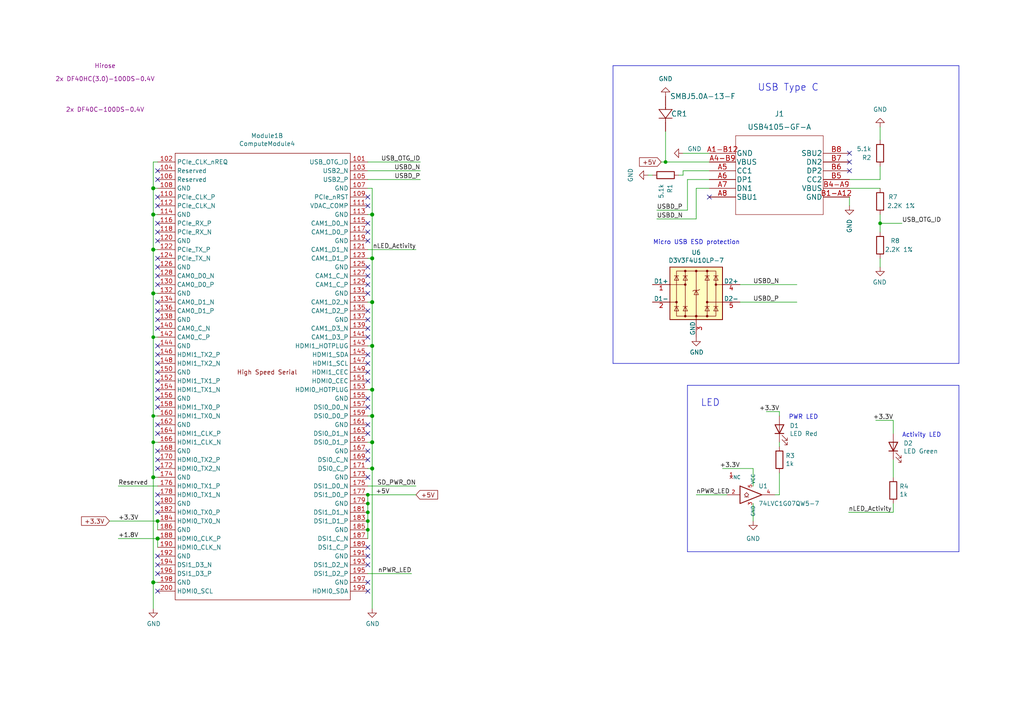
<source format=kicad_sch>
(kicad_sch (version 20211123) (generator eeschema)
  (paper "A4")
  (title_block (title "Raspberry Pi Compute Module 4 Carrier") (date "2022-07-06") (rev "v01") (comment 2 "creativecommons.org/licenses/by-sa/4.0") (comment 3 "License: CC BY 4.0") (comment 4 "Author: Mikhail Pisman"))
  (lib_symbols
    (symbol "CM4IO:74LVC1G07_copy"
      (property "Reference" "U1" (at 1.524 2.54 0))
      (property "Value" "74LVC1G07QW5-7" (at 1.524 -2.54 0))
      (symbol "74LVC1G07_copy_0_1"
        (polyline (pts (xy -2.54 -0.635) (xy -1.27 -0.635)))
        (polyline (pts (xy -3.81 2.54) (xy -3.81 -2.54) (xy 2.54 0) (xy -3.81 2.54)) (stroke (width 0.254)))
        (polyline (pts (xy -1.905 0.635) (xy -2.54 0) (xy -1.905 -0.635) (xy -1.27 0) (xy -1.905 0.635)))
      )
      (symbol "74LVC1G07_copy_1_1"
        (pin no_connect line (at -6.35 5.08 0) (length 0) (name "NC") (number "1"))
        (pin input line (at -7.62 0 0) (length 3.81) (name "~") (number "2"))
        (pin power_in line (at 0 -2.54 270) (length 0) (name "GND") (number "3"))
        (pin open_collector line (at 6.35 0 180) (length 3.81) (name "~") (number "4"))
        (pin power_in line (at 0 2.54 90) (length 0) (name "VCC") (number "5"))
      )
    )
    (symbol "CM4IO:ComputeModule4-CM4"
      (property "Reference" "Module" (at 113.03 -68.58 0))
      (property "Value" "ComputeModule4-CM4" (at 140.97 2.54 0))
      (property "Manufacturer" "Hirose" (at 0 0 0))
      (property "MPN" "2x DF40C-100DS-0.4V" (at 0 -2.54 0))
      (property "MPN (Alt)" "2x DF40HC(3.0)-100DS-0.4V" (at 0 0 0))
      (symbol "ComputeModule4-CM4_1_0"
        (text "GPIO" (at 0 6.35 0) (effects (font (size 1.27 1.27))))
      )
      (symbol "ComputeModule4-CM4_1_1"
        (rectangle (start -30.48 -71.12) (end 25.4 58.42))
        (text "600mA Max" (at -8.89 -53.34 0) (effects (font (size 1.27 1.27))))
        (text "600mA Max" (at -8.89 -48.26 0) (effects (font (size 1.27 1.27))))
        (text "NB SD signals are only available" (at -1.27 -27.94 0) (effects (font (size 1.27 1.27))))
        (text "on modules without eMMC" (at -1.27 -30.48 0) (effects (font (size 1.27 1.27))))
        (pin power_in line (at 27.94 55.88 180) (length 2.54) (name "GND") (number "1"))
        (pin passive line (at -33.02 45.72 0) (length 2.54) (name "Ethernet_Pair0_N") (number "10"))
        (pin output line (at -33.02 -68.58 0) (length 2.54) (name "nEXTRST") (number "100"))
        (pin passive line (at 27.94 43.18 180) (length 2.54) (name "Ethernet_Pair2_P") (number "11"))
        (pin passive line (at -33.02 43.18 0) (length 2.54) (name "Ethernet_Pair0_P") (number "12"))
        (pin power_in line (at 27.94 40.64 180) (length 2.54) (name "GND") (number "13"))
        (pin power_in line (at -33.02 40.64 0) (length 2.54) (name "GND") (number "14"))
        (pin output line (at 27.94 38.1 180) (length 2.54) (name "Ethernet_nLED3(3.3v)") (number "15"))
        (pin input line (at -33.02 38.1 0) (length 2.54) (name "Ethernet_SYNC_IN(1.8v)") (number "16"))
        (pin output line (at 27.94 35.56 180) (length 2.54) (name "Ethernet_nLED2(3.3v)") (number "17"))
        (pin input line (at -33.02 35.56 0) (length 2.54) (name "Ethernet_SYNC_OUT(1.8v)") (number "18"))
        (pin output line (at 27.94 33.02 180) (length 2.54) (name "Ethernet_nLED1(3.3v)") (number "19"))
        (pin power_in line (at -33.02 55.88 0) (length 2.54) (name "GND") (number "2"))
        (pin passive line (at -33.02 33.02 0) (length 2.54) (name "EEPROM_nWP") (number "20"))
        (pin open_collector line (at 27.94 30.48 180) (length 2.54) (name "PI_nLED_Activity") (number "21"))
        (pin power_in line (at -33.02 30.48 0) (length 2.54) (name "GND") (number "22"))
        (pin power_in line (at 27.94 27.94 180) (length 2.54) (name "GND") (number "23"))
        (pin passive line (at -33.02 27.94 0) (length 2.54) (name "GPIO26") (number "24"))
        (pin passive line (at 27.94 25.4 180) (length 2.54) (name "GPIO21") (number "25"))
        (pin passive line (at -33.02 25.4 0) (length 2.54) (name "GPIO19") (number "26"))
        (pin passive line (at 27.94 22.86 180) (length 2.54) (name "GPIO20") (number "27"))
        (pin passive line (at -33.02 22.86 0) (length 2.54) (name "GPIO13") (number "28"))
        (pin passive line (at 27.94 20.32 180) (length 2.54) (name "GPIO16") (number "29"))
        (pin passive line (at 27.94 53.34 180) (length 2.54) (name "Ethernet_Pair3_P") (number "3"))
        (pin passive line (at -33.02 20.32 0) (length 2.54) (name "GPIO6") (number "30"))
        (pin passive line (at 27.94 17.78 180) (length 2.54) (name "GPIO12") (number "31"))
        (pin power_in line (at -33.02 17.78 0) (length 2.54) (name "GND") (number "32"))
        (pin power_in line (at 27.94 15.24 180) (length 2.54) (name "GND") (number "33"))
        (pin passive line (at -33.02 15.24 0) (length 2.54) (name "GPIO5") (number "34"))
        (pin passive line (at 27.94 12.7 180) (length 2.54) (name "ID_SC") (number "35"))
        (pin passive line (at -33.02 12.7 0) (length 2.54) (name "ID_SD") (number "36"))
        (pin passive line (at 27.94 10.16 180) (length 2.54) (name "GPIO7") (number "37"))
        (pin passive line (at -33.02 10.16 0) (length 2.54) (name "GPIO11") (number "38"))
        (pin passive line (at 27.94 7.62 180) (length 2.54) (name "GPIO8") (number "39"))
        (pin passive line (at -33.02 53.34 0) (length 2.54) (name "Ethernet_Pair1_P") (number "4"))
        (pin passive line (at -33.02 7.62 0) (length 2.54) (name "GPIO9") (number "40"))
        (pin passive line (at 27.94 5.08 180) (length 2.54) (name "GPIO25") (number "41"))
        (pin power_in line (at -33.02 5.08 0) (length 2.54) (name "GND") (number "42"))
        (pin power_in line (at 27.94 2.54 180) (length 2.54) (name "GND") (number "43"))
        (pin passive line (at -33.02 2.54 0) (length 2.54) (name "GPIO10") (number "44"))
        (pin passive line (at 27.94 0 180) (length 2.54) (name "GPIO24") (number "45"))
        (pin passive line (at -33.02 0 0) (length 2.54) (name "GPIO22") (number "46"))
        (pin passive line (at 27.94 -2.54 180) (length 2.54) (name "GPIO23") (number "47"))
        (pin passive line (at -33.02 -2.54 0) (length 2.54) (name "GPIO27") (number "48"))
        (pin passive line (at 27.94 -5.08 180) (length 2.54) (name "GPIO18") (number "49"))
        (pin passive line (at 27.94 50.8 180) (length 2.54) (name "Ethernet_Pair3_N") (number "5"))
        (pin passive line (at -33.02 -5.08 0) (length 2.54) (name "GPIO17") (number "50"))
        (pin passive line (at 27.94 -7.62 180) (length 2.54) (name "GPIO15") (number "51"))
        (pin power_in line (at -33.02 -7.62 0) (length 2.54) (name "GND") (number "52"))
        (pin power_in line (at 27.94 -10.16 180) (length 2.54) (name "GND") (number "53"))
        (pin passive line (at -33.02 -10.16 0) (length 2.54) (name "GPIO4") (number "54"))
        (pin passive line (at 27.94 -12.7 180) (length 2.54) (name "GPIO14") (number "55"))
        (pin passive line (at -33.02 -12.7 0) (length 2.54) (name "GPIO3") (number "56"))
        (pin passive line (at 27.94 -15.24 180) (length 2.54) (name "SD_CLK") (number "57"))
        (pin passive line (at -33.02 -15.24 0) (length 2.54) (name "GPIO2") (number "58"))
        (pin power_in line (at 27.94 -17.78 180) (length 2.54) (name "GND") (number "59"))
        (pin passive line (at -33.02 50.8 0) (length 2.54) (name "Ethernet_Pair1_N") (number "6"))
        (pin power_in line (at -33.02 -17.78 0) (length 2.54) (name "GND") (number "60"))
        (pin passive line (at 27.94 -20.32 180) (length 2.54) (name "SD_DAT3") (number "61"))
        (pin passive line (at -33.02 -20.32 0) (length 2.54) (name "SD_CMD") (number "62"))
        (pin passive line (at 27.94 -22.86 180) (length 2.54) (name "SD_DAT0") (number "63"))
        (pin passive line (at -33.02 -22.86 0) (length 2.54) (name "SD_DAT5") (number "64"))
        (pin power_in line (at 27.94 -25.4 180) (length 2.54) (name "GND") (number "65"))
        (pin power_in line (at -33.02 -25.4 0) (length 2.54) (name "GND") (number "66"))
        (pin passive line (at 27.94 -27.94 180) (length 2.54) (name "SD_DAT1") (number "67"))
        (pin passive line (at -33.02 -27.94 0) (length 2.54) (name "SD_DAT4") (number "68"))
        (pin passive line (at 27.94 -30.48 180) (length 2.54) (name "SD_DAT2") (number "69"))
        (pin power_in line (at 27.94 48.26 180) (length 2.54) (name "GND") (number "7"))
        (pin passive line (at -33.02 -30.48 0) (length 2.54) (name "SD_DAT7") (number "70"))
        (pin power_in line (at 27.94 -33.02 180) (length 2.54) (name "GND") (number "71"))
        (pin passive line (at -33.02 -33.02 0) (length 2.54) (name "SD_DAT6") (number "72"))
        (pin input line (at 27.94 -35.56 180) (length 2.54) (name "SD_VDD_Override") (number "73"))
        (pin power_in line (at -33.02 -35.56 0) (length 2.54) (name "GND") (number "74"))
        (pin output line (at 27.94 -38.1 180) (length 2.54) (name "SD_PWR_ON") (number "75"))
        (pin passive line (at -33.02 -38.1 0) (length 2.54) (name "Reserved") (number "76"))
        (pin power_in line (at 27.94 -40.64 180) (length 2.54) (name "+5v_(Input)") (number "77"))
        (pin power_in line (at -33.02 -40.64 0) (length 2.54) (name "GPIO_VREF(1.8v/3.3v_Input)") (number "78"))
        (pin power_in line (at 27.94 -43.18 180) (length 2.54) (name "+5v_(Input)") (number "79"))
        (pin power_in line (at -33.02 48.26 0) (length 2.54) (name "GND") (number "8"))
        (pin passive line (at -33.02 -43.18 0) (length 2.54) (name "SCL0") (number "80"))
        (pin power_in line (at 27.94 -45.72 180) (length 2.54) (name "+5v_(Input)") (number "81"))
        (pin passive line (at -33.02 -45.72 0) (length 2.54) (name "SDA0") (number "82"))
        (pin power_in line (at 27.94 -48.26 180) (length 2.54) (name "+5v_(Input)") (number "83"))
        (pin power_out line (at -33.02 -48.26 0) (length 2.54) (name "+3.3v_(Output)") (number "84"))
        (pin power_in line (at 27.94 -50.8 180) (length 2.54) (name "+5v_(Input)") (number "85"))
        (pin power_out line (at -33.02 -50.8 0) (length 2.54) (name "+3.3v_(Output)") (number "86"))
        (pin power_in line (at 27.94 -53.34 180) (length 2.54) (name "+5v_(Input)") (number "87"))
        (pin power_out line (at -33.02 -53.34 0) (length 2.54) (name "+1.8v_(Output)") (number "88"))
        (pin power_in line (at 27.94 -55.88 180) (length 2.54) (name "WiFi_nDisable") (number "89"))
        (pin passive line (at 27.94 45.72 180) (length 2.54) (name "Ethernet_Pair2_N") (number "9"))
        (pin power_out line (at -33.02 -55.88 0) (length 2.54) (name "+1.8v_(Output)") (number "90"))
        (pin power_in line (at 27.94 -58.42 180) (length 2.54) (name "BT_nDisable") (number "91"))
        (pin passive line (at -33.02 -58.42 0) (length 2.54) (name "RUN_PG") (number "92"))
        (pin input line (at 27.94 -60.96 180) (length 2.54) (name "nRPIBOOT") (number "93"))
        (pin passive line (at -33.02 -60.96 0) (length 2.54) (name "AnalogIP0") (number "94"))
        (pin output line (at 27.94 -63.5 180) (length 2.54) (name "nPI_LED_PWR") (number "95"))
        (pin passive line (at -33.02 -63.5 0) (length 2.54) (name "AnalogIP1") (number "96"))
        (pin passive line (at 27.94 -66.04 180) (length 2.54) (name "Camera_GPIO") (number "97"))
        (pin power_in line (at -33.02 -66.04 0) (length 2.54) (name "GND") (number "98"))
        (pin input line (at 27.94 -68.58 180) (length 2.54) (name "Global_EN") (number "99"))
      )
      (symbol "ComputeModule4-CM4_2_1"
        (rectangle (start 114.3 -66.04) (end 165.1 63.5))
        (text "High Speed Serial" (at 140.97 0 0) (effects (font (size 1.27 1.27))))
        (pin input line (at 170.18 60.96 180) (length 5.08) (name "USB_OTG_ID") (number "101"))
        (pin input line (at 109.22 60.96 0) (length 5.08) (name "PCIe_CLK_nREQ") (number "102"))
        (pin passive line (at 170.18 58.42 180) (length 5.08) (name "USB2_N") (number "103"))
        (pin passive line (at 109.22 58.42 0) (length 5.08) (name "Reserved") (number "104"))
        (pin passive line (at 170.18 55.88 180) (length 5.08) (name "USB2_P") (number "105"))
        (pin passive line (at 109.22 55.88 0) (length 5.08) (name "Reserved") (number "106"))
        (pin power_in line (at 170.18 53.34 180) (length 5.08) (name "GND") (number "107"))
        (pin power_in line (at 109.22 53.34 0) (length 5.08) (name "GND") (number "108"))
        (pin bidirectional line (at 170.18 50.8 180) (length 5.08) (name "PCIe_nRST") (number "109"))
        (pin output line (at 109.22 50.8 0) (length 5.08) (name "PCIe_CLK_P") (number "110"))
        (pin passive line (at 170.18 48.26 180) (length 5.08) (name "VDAC_COMP") (number "111"))
        (pin output line (at 109.22 48.26 0) (length 5.08) (name "PCIe_CLK_N") (number "112"))
        (pin power_in line (at 170.18 45.72 180) (length 5.08) (name "GND") (number "113"))
        (pin power_in line (at 109.22 45.72 0) (length 5.08) (name "GND") (number "114"))
        (pin input line (at 170.18 43.18 180) (length 5.08) (name "CAM1_D0_N") (number "115"))
        (pin input line (at 109.22 43.18 0) (length 5.08) (name "PCIe_RX_P") (number "116"))
        (pin input line (at 170.18 40.64 180) (length 5.08) (name "CAM1_D0_P") (number "117"))
        (pin input line (at 109.22 40.64 0) (length 5.08) (name "PCIe_RX_N") (number "118"))
        (pin power_in line (at 170.18 38.1 180) (length 5.08) (name "GND") (number "119"))
        (pin power_in line (at 109.22 38.1 0) (length 5.08) (name "GND") (number "120"))
        (pin input line (at 170.18 35.56 180) (length 5.08) (name "CAM1_D1_N") (number "121"))
        (pin output line (at 109.22 35.56 0) (length 5.08) (name "PCIe_TX_P") (number "122"))
        (pin input line (at 170.18 33.02 180) (length 5.08) (name "CAM1_D1_P") (number "123"))
        (pin output line (at 109.22 33.02 0) (length 5.08) (name "PCIe_TX_N") (number "124"))
        (pin power_in line (at 170.18 30.48 180) (length 5.08) (name "GND") (number "125"))
        (pin power_in line (at 109.22 30.48 0) (length 5.08) (name "GND") (number "126"))
        (pin input line (at 170.18 27.94 180) (length 5.08) (name "CAM1_C_N") (number "127"))
        (pin input line (at 109.22 27.94 0) (length 5.08) (name "CAM0_D0_N") (number "128"))
        (pin input line (at 170.18 25.4 180) (length 5.08) (name "CAM1_C_P") (number "129"))
        (pin input line (at 109.22 25.4 0) (length 5.08) (name "CAM0_D0_P") (number "130"))
        (pin power_in line (at 170.18 22.86 180) (length 5.08) (name "GND") (number "131"))
        (pin power_in line (at 109.22 22.86 0) (length 5.08) (name "GND") (number "132"))
        (pin input line (at 170.18 20.32 180) (length 5.08) (name "CAM1_D2_N") (number "133"))
        (pin input line (at 109.22 20.32 0) (length 5.08) (name "CAM0_D1_N") (number "134"))
        (pin input line (at 170.18 17.78 180) (length 5.08) (name "CAM1_D2_P") (number "135"))
        (pin input line (at 109.22 17.78 0) (length 5.08) (name "CAM0_D1_P") (number "136"))
        (pin power_in line (at 170.18 15.24 180) (length 5.08) (name "GND") (number "137"))
        (pin power_in line (at 109.22 15.24 0) (length 5.08) (name "GND") (number "138"))
        (pin input line (at 170.18 12.7 180) (length 5.08) (name "CAM1_D3_N") (number "139"))
        (pin input line (at 109.22 12.7 0) (length 5.08) (name "CAM0_C_N") (number "140"))
        (pin input line (at 170.18 10.16 180) (length 5.08) (name "CAM1_D3_P") (number "141"))
        (pin input line (at 109.22 10.16 0) (length 5.08) (name "CAM0_C_P") (number "142"))
        (pin input line (at 170.18 7.62 180) (length 5.08) (name "HDMI1_HOTPLUG") (number "143"))
        (pin power_in line (at 109.22 7.62 0) (length 5.08) (name "GND") (number "144"))
        (pin bidirectional line (at 170.18 5.08 180) (length 5.08) (name "HDMI1_SDA") (number "145"))
        (pin output line (at 109.22 5.08 0) (length 5.08) (name "HDMI1_TX2_P") (number "146"))
        (pin open_collector line (at 170.18 2.54 180) (length 5.08) (name "HDMI1_SCL") (number "147"))
        (pin output line (at 109.22 2.54 0) (length 5.08) (name "HDMI1_TX2_N") (number "148"))
        (pin open_collector line (at 170.18 0 180) (length 5.08) (name "HDMI1_CEC") (number "149"))
        (pin power_in line (at 109.22 0 0) (length 5.08) (name "GND") (number "150"))
        (pin open_collector line (at 170.18 -2.54 180) (length 5.08) (name "HDMI0_CEC") (number "151"))
        (pin output line (at 109.22 -2.54 0) (length 5.08) (name "HDMI1_TX1_P") (number "152"))
        (pin input line (at 170.18 -5.08 180) (length 5.08) (name "HDMI0_HOTPLUG") (number "153"))
        (pin output line (at 109.22 -5.08 0) (length 5.08) (name "HDMI1_TX1_N") (number "154"))
        (pin power_in line (at 170.18 -7.62 180) (length 5.08) (name "GND") (number "155"))
        (pin power_in line (at 109.22 -7.62 0) (length 5.08) (name "GND") (number "156"))
        (pin output line (at 170.18 -10.16 180) (length 5.08) (name "DSI0_D0_N") (number "157"))
        (pin output line (at 109.22 -10.16 0) (length 5.08) (name "HDMI1_TX0_P") (number "158"))
        (pin output line (at 170.18 -12.7 180) (length 5.08) (name "DSI0_D0_P") (number "159"))
        (pin output line (at 109.22 -12.7 0) (length 5.08) (name "HDMI1_TX0_N") (number "160"))
        (pin power_in line (at 170.18 -15.24 180) (length 5.08) (name "GND") (number "161"))
        (pin power_in line (at 109.22 -15.24 0) (length 5.08) (name "GND") (number "162"))
        (pin output line (at 170.18 -17.78 180) (length 5.08) (name "DSI0_D1_N") (number "163"))
        (pin output line (at 109.22 -17.78 0) (length 5.08) (name "HDMI1_CLK_P") (number "164"))
        (pin output line (at 170.18 -20.32 180) (length 5.08) (name "DSI0_D1_P") (number "165"))
        (pin output line (at 109.22 -20.32 0) (length 5.08) (name "HDMI1_CLK_N") (number "166"))
        (pin power_in line (at 170.18 -22.86 180) (length 5.08) (name "GND") (number "167"))
        (pin power_in line (at 109.22 -22.86 0) (length 5.08) (name "GND") (number "168"))
        (pin output line (at 170.18 -25.4 180) (length 5.08) (name "DSI0_C_N") (number "169"))
        (pin output line (at 109.22 -25.4 0) (length 5.08) (name "HDMI0_TX2_P") (number "170"))
        (pin output line (at 170.18 -27.94 180) (length 5.08) (name "DSI0_C_P") (number "171"))
        (pin output line (at 109.22 -27.94 0) (length 5.08) (name "HDMI0_TX2_N") (number "172"))
        (pin power_in line (at 170.18 -30.48 180) (length 5.08) (name "GND") (number "173"))
        (pin power_in line (at 109.22 -30.48 0) (length 5.08) (name "GND") (number "174"))
        (pin output line (at 170.18 -33.02 180) (length 5.08) (name "DSI1_D0_N") (number "175"))
        (pin output line (at 109.22 -33.02 0) (length 5.08) (name "HDMI0_TX1_P") (number "176"))
        (pin output line (at 170.18 -35.56 180) (length 5.08) (name "DSI1_D0_P") (number "177"))
        (pin output line (at 109.22 -35.56 0) (length 5.08) (name "HDMI0_TX1_N") (number "178"))
        (pin power_in line (at 170.18 -38.1 180) (length 5.08) (name "GND") (number "179"))
        (pin power_in line (at 109.22 -38.1 0) (length 5.08) (name "GND") (number "180"))
        (pin output line (at 170.18 -40.64 180) (length 5.08) (name "DSI1_D1_N") (number "181"))
        (pin output line (at 109.22 -40.64 0) (length 5.08) (name "HDMI0_TX0_P") (number "182"))
        (pin output line (at 170.18 -43.18 180) (length 5.08) (name "DSI1_D1_P") (number "183"))
        (pin output line (at 109.22 -43.18 0) (length 5.08) (name "HDMI0_TX0_N") (number "184"))
        (pin power_in line (at 170.18 -45.72 180) (length 5.08) (name "GND") (number "185"))
        (pin power_in line (at 109.22 -45.72 0) (length 5.08) (name "GND") (number "186"))
        (pin output line (at 170.18 -48.26 180) (length 5.08) (name "DSI1_C_N") (number "187"))
        (pin output line (at 109.22 -48.26 0) (length 5.08) (name "HDMI0_CLK_P") (number "188"))
        (pin output line (at 170.18 -50.8 180) (length 5.08) (name "DSI1_C_P") (number "189"))
        (pin output line (at 109.22 -50.8 0) (length 5.08) (name "HDMI0_CLK_N") (number "190"))
        (pin power_in line (at 170.18 -53.34 180) (length 5.08) (name "GND") (number "191"))
        (pin power_in line (at 109.22 -53.34 0) (length 5.08) (name "GND") (number "192"))
        (pin output line (at 170.18 -55.88 180) (length 5.08) (name "DSI1_D2_N") (number "193"))
        (pin output line (at 109.22 -55.88 0) (length 5.08) (name "DSI1_D3_N") (number "194"))
        (pin output line (at 170.18 -58.42 180) (length 5.08) (name "DSI1_D2_P") (number "195"))
        (pin output line (at 109.22 -58.42 0) (length 5.08) (name "DSI1_D3_P") (number "196"))
        (pin power_in line (at 170.18 -60.96 180) (length 5.08) (name "GND") (number "197"))
        (pin power_in line (at 109.22 -60.96 0) (length 5.08) (name "GND") (number "198"))
        (pin bidirectional line (at 170.18 -63.5 180) (length 5.08) (name "HDMI0_SDA") (number "199"))
        (pin open_collector line (at 109.22 -63.5 0) (length 5.08) (name "HDMI0_SCL") (number "200"))
      )
    )
    (symbol "CM4IO:TPD4EUSB30" (pin_names (offset 0))
      (property "Reference" "U" (at -0.635 8.89 0))
      (property "Value" "TPD4EUSB30" (at 8.89 -10.16 0))
      (symbol "TPD4EUSB30_0_0"
        (rectangle (start -5.715 6.477) (end 5.715 -6.604))
        (polyline (pts (xy -3.175 -6.604) (xy -3.175 6.477)))
        (polyline (pts (xy 0 6.477) (xy 0 -6.604)))
        (polyline (pts (xy 3.175 6.477) (xy 3.175 -6.604)))
      )
      (symbol "TPD4EUSB30_0_1"
        (rectangle (start -7.62 7.62) (end 7.62 -7.62) (stroke (width 0.254)) (fill (type background)))
        (circle (center -5.715 -2.54) (radius 0.2794) (fill (type outline)))
        (circle (center -3.175 -6.604) (radius 0.2794) (fill (type outline)))
        (circle (center -3.175 2.54) (radius 0.2794) (fill (type outline)))
        (circle (center -3.175 6.477) (radius 0.2794) (fill (type outline)))
        (circle (center 0 -6.604) (radius 0.2794) (fill (type outline)))
        (polyline (pts (xy -7.747 2.54) (xy -3.175 2.54)))
        (polyline (pts (xy -7.62 -2.54) (xy -5.715 -2.54)))
        (polyline (pts (xy -5.08 -3.81) (xy -6.35 -3.81)))
        (polyline (pts (xy -5.08 5.08) (xy -6.35 5.08)))
        (polyline (pts (xy -2.54 -3.81) (xy -3.81 -3.81)))
        (polyline (pts (xy -2.54 5.08) (xy -3.81 5.08)))
        (polyline (pts (xy -0.635 0.889) (xy -1.016 0.635)))
        (polyline (pts (xy 0 -6.604) (xy 0 -7.62)))
        (polyline (pts (xy 0.635 0.889) (xy -0.635 0.889)))
        (polyline (pts (xy 0.635 0.889) (xy 1.016 1.143)))
        (polyline (pts (xy 3.81 -3.81) (xy 2.54 -3.81)))
        (polyline (pts (xy 3.81 5.08) (xy 2.54 5.08)))
        (polyline (pts (xy 6.35 -3.81) (xy 5.08 -3.81)))
        (polyline (pts (xy 6.35 5.08) (xy 5.08 5.08)))
        (polyline (pts (xy 7.62 -2.54) (xy 3.175 -2.54)))
        (polyline (pts (xy 7.62 2.54) (xy 5.715 2.54)))
        (polyline (pts (xy -5.08 -5.08) (xy -6.35 -5.08) (xy -5.715 -3.81) (xy -5.08 -5.08)))
        (polyline (pts (xy -5.08 3.81) (xy -6.35 3.81) (xy -5.715 5.08) (xy -5.08 3.81)))
        (polyline (pts (xy -2.54 -5.08) (xy -3.81 -5.08) (xy -3.175 -3.81) (xy -2.54 -5.08)))
        (polyline (pts (xy -2.54 3.81) (xy -3.81 3.81) (xy -3.175 5.08) (xy -2.54 3.81)))
        (polyline (pts (xy 0.635 -0.381) (xy -0.635 -0.381) (xy 0 0.889) (xy 0.635 -0.381)))
        (polyline (pts (xy 3.81 -5.08) (xy 2.54 -5.08) (xy 3.175 -3.81) (xy 3.81 -5.08)))
        (polyline (pts (xy 3.81 3.81) (xy 2.54 3.81) (xy 3.175 5.08) (xy 3.81 3.81)))
        (polyline (pts (xy 6.35 -5.08) (xy 5.08 -5.08) (xy 5.715 -3.81) (xy 6.35 -5.08)))
        (polyline (pts (xy 6.35 3.81) (xy 5.08 3.81) (xy 5.715 5.08) (xy 6.35 3.81)))
        (circle (center 0 6.477) (radius 0.2794) (fill (type outline)))
        (circle (center 3.175 -6.604) (radius 0.2794) (fill (type outline)))
        (circle (center 3.175 -2.54) (radius 0.2794) (fill (type outline)))
        (circle (center 3.175 6.477) (radius 0.2794) (fill (type outline)))
        (circle (center 5.715 2.54) (radius 0.2794) (fill (type outline)))
      )
      (symbol "TPD4EUSB30_1_1"
        (pin passive line (at -12.7 2.54 0) (length 5.08) (name "D1+") (number "1"))
        (pin passive line (at -12.7 2.54 0) (length 5.08) hide (name "~") (number "10"))
        (pin passive line (at -12.7 -2.54 0) (length 5.08) (name "D1-") (number "2"))
        (pin power_in line (at 0 -12.7 90) (length 5.08) (name "GND") (number "3"))
        (pin passive line (at 12.7 2.54 180) (length 5.08) (name "D2+") (number "4"))
        (pin passive line (at 12.7 -2.54 180) (length 5.08) (name "D2-") (number "5"))
        (pin passive line (at 12.7 -2.54 180) (length 5.08) hide (name "~") (number "6"))
        (pin passive line (at 12.7 2.54 180) (length 5.08) hide (name "~") (number "7"))
        (pin passive line (at 0 -12.7 90) (length 5.08) hide (name "GND") (number "8"))
        (pin passive line (at -12.7 -2.54 0) (length 5.08) hide (name "~") (number "9"))
      )
    )
    (symbol "Device:LED" (pin_numbers hide) (pin_names (offset 1.016) hide)
      (property "Reference" "D" (at 0 2.54 0))
      (property "Value" "LED" (at 0 -2.54 0))
      (symbol "LED_0_1"
        (polyline (pts (xy -1.27 -1.27) (xy -1.27 1.27)) (stroke (width 0.254)))
        (polyline (pts (xy -1.27 0) (xy 1.27 0)))
        (polyline (pts (xy 1.27 -1.27) (xy 1.27 1.27) (xy -1.27 0) (xy 1.27 -1.27)) (stroke (width 0.254)))
        (polyline (pts (xy -3.048 -0.762) (xy -4.572 -2.286) (xy -3.81 -2.286) (xy -4.572 -2.286) (xy -4.572 -1.524)))
        (polyline (pts (xy -1.778 -0.762) (xy -3.302 -2.286) (xy -2.54 -2.286) (xy -3.302 -2.286) (xy -3.302 -1.524)))
      )
      (symbol "LED_1_1"
        (pin passive line (at -3.81 0 0) (length 2.54) (name "K") (number "1"))
        (pin passive line (at 3.81 0 180) (length 2.54) (name "A") (number "2"))
      )
    )
    (symbol "Device:R" (pin_numbers hide) (pin_names (offset 0))
      (property "Reference" "R" (at 2.032 0 90))
      (property "Value" "R" (at 0 0 90))
      (symbol "R_0_1"
        (rectangle (start -1.016 -2.54) (end 1.016 2.54) (stroke (width 0.254)))
      )
      (symbol "R_1_1"
        (pin passive line (at 0 3.81 270) (length 1.27) (name "~") (number "1"))
        (pin passive line (at 0 -3.81 90) (length 1.27) (name "~") (number "2"))
      )
    )
    (symbol "SMBJ5.0A-13-F:SMBJ5.0A-13-F" (pin_numbers hide) (pin_names (offset -1.651) hide)
      (property "Reference" "CR" (at 5.08 4.445 0))
      (property "Value" "SMBJ5.0A-13-F" (at 5.08 -7.62 0))
      (symbol "SMBJ5.0A-13-F_1_1"
        (polyline (pts (xy 2.54 0) (xy 3.4798 0)) (stroke (width 0.2032)))
        (polyline (pts (xy 3.175 0) (xy 3.81 0)) (stroke (width 0.2032)))
        (polyline (pts (xy 3.81 -1.905) (xy 6.35 0)) (stroke (width 0.2032)))
        (polyline (pts (xy 3.81 1.905) (xy 3.81 -1.905)) (stroke (width 0.2032)))
        (polyline (pts (xy 6.35 -1.905) (xy 6.35 1.905)) (stroke (width 0.2032)))
        (polyline (pts (xy 6.35 0) (xy 3.81 1.905)) (stroke (width 0.2032)))
        (polyline (pts (xy 6.35 0) (xy 7.62 0)) (stroke (width 0.2032)))
        (pin unspecified line (at 10.16 0 180) (length 2.54) (name "1") (number "1"))
        (pin unspecified line (at 0 0 0) (length 2.54) (name "2") (number "2"))
      )
    )
    (symbol "USB4105-GF-A:USB4105-GF-A" (pin_names (offset 0.254))
      (property "Reference" "J" (at 20.32 10.16 0))
      (property "Value" "USB4105-GF-A" (at 20.32 7.62 0))
      (symbol "USB4105-GF-A_1_1"
        (polyline (pts (xy 7.62 -17.78) (xy 33.02 -17.78)) (stroke (width 0.127)))
        (polyline (pts (xy 7.62 5.08) (xy 7.62 -17.78)) (stroke (width 0.127)))
        (polyline (pts (xy 33.02 -17.78) (xy 33.02 5.08)) (stroke (width 0.127)))
        (polyline (pts (xy 33.02 5.08) (xy 7.62 5.08)) (stroke (width 0.127)))
        (pin power_in line (at 0 0 0) (length 7.62) (name "GND") (number "A1-B12"))
        (pin power_in line (at 0 -2.54 0) (length 7.62) (name "VBUS") (number "A4-B9"))
        (pin bidirectional line (at 0 -5.08 0) (length 7.62) (name "CC1") (number "A5"))
        (pin bidirectional line (at 0 -7.62 0) (length 7.62) (name "DP1") (number "A6"))
        (pin bidirectional line (at 0 -10.16 0) (length 7.62) (name "DN1") (number "A7"))
        (pin bidirectional line (at 0 -12.7 0) (length 7.62) (name "SBU1") (number "A8"))
        (pin power_in line (at 40.64 -12.7 180) (length 7.62) (name "GND") (number "B1-A12"))
        (pin power_in line (at 40.64 -10.16 180) (length 7.62) (name "VBUS") (number "B4-A9"))
        (pin bidirectional line (at 40.64 -7.62 180) (length 7.62) (name "CC2") (number "B5"))
        (pin bidirectional line (at 40.64 -5.08 180) (length 7.62) (name "DP2") (number "B6"))
        (pin bidirectional line (at 40.64 -2.54 180) (length 7.62) (name "DN2") (number "B7"))
        (pin bidirectional line (at 40.64 0 180) (length 7.62) (name "SBU2") (number "B8"))
      )
    )
    (symbol "power:GND" (power) (pin_names (offset 0))
      (property "Value" "GND" (at 0 -3.81 0))
      (symbol "GND_0_1"
        (polyline (pts (xy 0 0) (xy 0 -1.27) (xy 1.27 -1.27) (xy 0 -2.54) (xy -1.27 -1.27) (xy 0 -1.27)))
      )
      (symbol "GND_1_1"
        (pin power_in line (at 0 0 270) (length 0) hide (name "GND") (number "1"))
      )
    )
  )
  (junction (at 107.95 100.33) (diameter 1.016))
  (junction (at 193.04 46.99))
  (junction (at 44.45 168.91) (diameter 1.016))
  (junction (at 44.45 85.09) (diameter 1.016))
  (junction (at 107.95 120.65) (diameter 1.016))
  (junction (at 107.95 135.89) (diameter 1.016))
  (junction (at 107.95 74.93) (diameter 1.016))
  (junction (at 106.68 151.13))
  (junction (at 44.45 62.23) (diameter 1.016))
  (junction (at 106.68 148.59))
  (junction (at 107.95 87.63) (diameter 1.016))
  (junction (at 44.45 128.27))
  (junction (at 107.95 113.03) (diameter 1.016))
  (junction (at 45.72 156.21) (diameter 1.016))
  (junction (at 106.68 143.51))
  (junction (at 44.45 120.65))
  (junction (at 255.27 64.77))
  (junction (at 106.68 146.05))
  (junction (at 107.95 62.23) (diameter 1.016))
  (junction (at 44.45 97.79))
  (junction (at 44.45 54.61) (diameter 1.016))
  (junction (at 45.72 151.13))
  (junction (at 44.45 72.39) (diameter 1.016))
  (junction (at 107.95 128.27) (diameter 1.016))
  (junction (at 44.45 138.43) (diameter 1.016))
  (junction (at 106.68 153.67))
  (no_connect (at 45.72 146.05))
  (no_connect (at 45.72 67.31))
  (no_connect (at 106.68 95.25))
  (no_connect (at 106.68 125.73))
  (no_connect (at 106.68 138.43))
  (no_connect (at 45.72 90.17))
  (no_connect (at 106.68 107.95))
  (no_connect (at 45.72 52.07))
  (no_connect (at 106.68 90.17))
  (no_connect (at 106.68 158.75))
  (no_connect (at 106.68 67.31))
  (no_connect (at 246.38 49.53))
  (no_connect (at 106.68 92.71))
  (no_connect (at 45.72 57.15))
  (no_connect (at 45.72 171.45))
  (no_connect (at 45.72 95.25))
  (no_connect (at 246.38 44.45))
  (no_connect (at 45.72 113.03))
  (no_connect (at 106.68 161.29))
  (no_connect (at 106.68 57.15))
  (no_connect (at 45.72 135.89))
  (no_connect (at 45.72 133.35))
  (no_connect (at 45.72 82.55))
  (no_connect (at 106.68 85.09))
  (no_connect (at 246.38 46.99))
  (no_connect (at 106.68 123.19))
  (no_connect (at 45.72 130.81))
  (no_connect (at 106.68 82.55))
  (no_connect (at 106.68 133.35))
  (no_connect (at 45.72 123.19))
  (no_connect (at 106.68 171.45))
  (no_connect (at 106.68 163.83))
  (no_connect (at 106.68 77.47))
  (no_connect (at 45.72 59.69))
  (no_connect (at 106.68 110.49))
  (no_connect (at 45.72 148.59))
  (no_connect (at 106.68 105.41))
  (no_connect (at 45.72 105.41))
  (no_connect (at 45.72 143.51))
  (no_connect (at 45.72 161.29))
  (no_connect (at 106.68 115.57))
  (no_connect (at 45.72 100.33))
  (no_connect (at 106.68 59.69))
  (no_connect (at 45.72 74.93))
  (no_connect (at 45.72 163.83))
  (no_connect (at 45.72 49.53))
  (no_connect (at 45.72 102.87))
  (no_connect (at 106.68 69.85))
  (no_connect (at 45.72 107.95))
  (no_connect (at 106.68 80.01))
  (no_connect (at 106.68 168.91))
  (no_connect (at 45.72 166.37))
  (no_connect (at 106.68 64.77))
  (no_connect (at 106.68 118.11))
  (no_connect (at 106.68 102.87))
  (no_connect (at 45.72 118.11))
  (no_connect (at 205.74 57.15))
  (no_connect (at 45.72 92.71))
  (no_connect (at 45.72 110.49))
  (no_connect (at 45.72 69.85))
  (no_connect (at 106.68 97.79))
  (no_connect (at 45.72 125.73))
  (no_connect (at 45.72 87.63))
  (no_connect (at 106.68 130.81))
  (no_connect (at 45.72 115.57))
  (no_connect (at 45.72 64.77))
  (no_connect (at 45.72 80.01))
  (no_connect (at 45.72 77.47))
  (wire (pts (xy 31.75 151.13) (xy 45.72 151.13)))
  (wire (pts (xy 44.45 128.27) (xy 45.72 128.27)))
  (wire (pts (xy 44.45 97.79) (xy 45.72 97.79)))
  (wire (pts (xy 226.06 120.65) (xy 226.06 119.38)))
  (wire (pts (xy 106.68 143.51) (xy 106.68 146.05)))
  (wire (pts (xy 218.44 135.89) (xy 209.55 135.89)))
  (wire (pts (xy 198.12 50.8) (xy 198.12 49.53)))
  (wire (pts (xy 255.27 48.26) (xy 255.27 52.07)))
  (wire (pts (xy 106.68 52.07) (xy 121.92 52.07)))
  (wire (pts (xy 107.95 113.03) (xy 107.95 120.65)))
  (wire (pts (xy 106.68 113.03) (xy 107.95 113.03)))
  (wire (pts (xy 214.63 82.55) (xy 231.14 82.55)))
  (wire (pts (xy 106.68 100.33) (xy 107.95 100.33)))
  (wire (pts (xy 44.45 72.39) (xy 45.72 72.39)))
  (wire (pts (xy 106.68 49.53) (xy 121.92 49.53)))
  (wire (pts (xy 34.29 156.21) (xy 45.72 156.21)))
  (wire (pts (xy 45.72 153.67) (xy 45.72 151.13)))
  (wire (pts (xy 255.27 64.77) (xy 255.27 67.31)))
  (wire (pts (xy 45.72 168.91) (xy 44.45 168.91)))
  (polyline (pts (xy 278.13 19.05) (xy 278.13 105.41)) (stroke (width 0) (type solid)))
  (wire (pts (xy 44.45 138.43) (xy 45.72 138.43)))
  (wire (pts (xy 106.68 54.61) (xy 107.95 54.61)))
  (wire (pts (xy 106.68 72.39) (xy 120.65 72.39)))
  (wire (pts (xy 190.5 60.96) (xy 199.39 60.96)))
  (wire (pts (xy 107.95 135.89) (xy 107.95 176.53)))
  (wire (pts (xy 218.44 146.05) (xy 218.44 151.13)))
  (wire (pts (xy 106.68 148.59) (xy 106.68 151.13)))
  (wire (pts (xy 259.08 133.35) (xy 259.08 138.43)))
  (wire (pts (xy 196.85 50.8) (xy 198.12 50.8)))
  (wire (pts (xy 45.72 158.75) (xy 45.72 156.21)))
  (wire (pts (xy 226.06 137.16) (xy 226.06 143.51)))
  (wire (pts (xy 45.72 156.21) (xy 45.974 156.21)))
  (wire (pts (xy 187.96 50.8) (xy 189.23 50.8)))
  (wire (pts (xy 106.68 135.89) (xy 107.95 135.89)))
  (wire (pts (xy 44.45 46.99) (xy 44.45 54.61)))
  (polyline (pts (xy 177.8 19.05) (xy 278.13 19.05)) (stroke (width 0) (type solid)))
  (polyline (pts (xy 199.39 160.02) (xy 278.13 160.02)) (stroke (width 0) (type solid)))
  (wire (pts (xy 106.68 140.97) (xy 120.65 140.97)))
  (wire (pts (xy 254 121.92) (xy 259.08 121.92)))
  (wire (pts (xy 106.68 74.93) (xy 107.95 74.93)))
  (wire (pts (xy 201.93 54.61) (xy 201.93 63.5)))
  (polyline (pts (xy 199.39 160.02) (xy 199.39 111.76)) (stroke (width 0) (type solid)))
  (wire (pts (xy 226.06 128.27) (xy 226.06 129.54)))
  (wire (pts (xy 106.68 166.37) (xy 119.38 166.37)))
  (wire (pts (xy 44.45 138.43) (xy 44.45 168.91)))
  (wire (pts (xy 44.45 128.27) (xy 44.45 138.43)))
  (wire (pts (xy 45.72 62.23) (xy 44.45 62.23)))
  (wire (pts (xy 246.126 148.59) (xy 259.08 148.59)))
  (polyline (pts (xy 278.13 160.02) (xy 278.13 111.76)) (stroke (width 0) (type solid)))
  (polyline (pts (xy 278.13 111.76) (xy 199.39 111.76)) (stroke (width 0) (type solid)))
  (wire (pts (xy 106.68 46.99) (xy 121.92 46.99)))
  (polyline (pts (xy 278.13 105.41) (xy 177.8 105.41)) (stroke (width 0) (type solid)))
  (wire (pts (xy 106.68 151.13) (xy 106.68 153.67)))
  (wire (pts (xy 44.45 85.09) (xy 45.72 85.09)))
  (wire (pts (xy 205.74 54.61) (xy 201.93 54.61)))
  (wire (pts (xy 106.68 128.27) (xy 107.95 128.27)))
  (wire (pts (xy 255.27 40.64) (xy 255.27 36.83)))
  (wire (pts (xy 199.39 52.07) (xy 199.39 60.96)))
  (wire (pts (xy 44.45 72.39) (xy 44.45 85.09)))
  (wire (pts (xy 246.38 54.61) (xy 255.27 54.61)))
  (wire (pts (xy 259.08 148.59) (xy 259.08 146.05)))
  (wire (pts (xy 261.62 64.77) (xy 255.27 64.77)))
  (wire (pts (xy 198.12 49.53) (xy 205.74 49.53)))
  (wire (pts (xy 214.63 87.63) (xy 231.14 87.63)))
  (wire (pts (xy 44.45 97.79) (xy 44.45 120.65)))
  (wire (pts (xy 246.38 57.15) (xy 246.38 59.69)))
  (wire (pts (xy 44.45 62.23) (xy 44.45 72.39)))
  (wire (pts (xy 106.68 143.51) (xy 120.65 143.51)))
  (wire (pts (xy 226.06 119.38) (xy 222.25 119.38)))
  (wire (pts (xy 106.68 146.05) (xy 106.68 148.59)))
  (wire (pts (xy 45.72 54.61) (xy 44.45 54.61)))
  (wire (pts (xy 44.45 54.61) (xy 44.45 62.23)))
  (wire (pts (xy 246.38 52.07) (xy 255.27 52.07)))
  (wire (pts (xy 107.95 87.63) (xy 107.95 100.33)))
  (wire (pts (xy 45.72 46.99) (xy 44.45 46.99)))
  (wire (pts (xy 191.77 46.99) (xy 193.04 46.99)))
  (wire (pts (xy 205.74 52.07) (xy 199.39 52.07)))
  (wire (pts (xy 107.95 62.23) (xy 107.95 74.93)))
  (wire (pts (xy 198.12 44.45) (xy 205.74 44.45)))
  (wire (pts (xy 44.45 120.65) (xy 45.72 120.65)))
  (wire (pts (xy 44.45 168.91) (xy 44.45 176.53)))
  (wire (pts (xy 259.08 125.73) (xy 259.08 121.92)))
  (wire (pts (xy 255.27 77.47) (xy 255.27 74.93)))
  (wire (pts (xy 201.93 143.51) (xy 210.82 143.51)))
  (wire (pts (xy 190.5 63.5) (xy 201.93 63.5)))
  (wire (pts (xy 193.04 46.99) (xy 205.74 46.99)))
  (wire (pts (xy 107.95 128.27) (xy 107.95 135.89)))
  (wire (pts (xy 193.04 46.99) (xy 193.04 38.1)))
  (wire (pts (xy 106.68 62.23) (xy 107.95 62.23)))
  (polyline (pts (xy 177.8 105.41) (xy 177.8 19.05)) (stroke (width 0) (type solid)))
  (wire (pts (xy 106.68 120.65) (xy 107.95 120.65)))
  (wire (pts (xy 34.29 140.97) (xy 45.72 140.97)))
  (wire (pts (xy 107.95 100.33) (xy 107.95 113.03)))
  (wire (pts (xy 106.68 153.67) (xy 106.68 156.21)))
  (wire (pts (xy 107.95 120.65) (xy 107.95 128.27)))
  (wire (pts (xy 44.45 85.09) (xy 44.45 97.79)))
  (wire (pts (xy 107.95 54.61) (xy 107.95 62.23)))
  (wire (pts (xy 44.45 120.65) (xy 44.45 128.27)))
  (wire (pts (xy 106.68 87.63) (xy 107.95 87.63)))
  (wire (pts (xy 107.95 74.93) (xy 107.95 87.63)))
  (wire (pts (xy 255.27 62.23) (xy 255.27 64.77)))
  (wire (pts (xy 218.44 140.97) (xy 218.44 135.89)))
  (wire (pts (xy 226.06 143.51) (xy 224.79 143.51)))
  (text "Activity LED" (at 261.62 127 0) (effects (font (size 1.27 1.27)) (justify left bottom)))
  (text "USB Type C" (at 219.71 26.67 0) (effects (font (size 2 2)) (justify left bottom)))
  (text "LED" (at 203.2 118.11 0) (effects (font (size 2.007 2.007)) (justify left bottom)))
  (text "Micro USB ESD protection" (at 214.63 71.12 180) (effects (font (size 1.27 1.27)) (justify right bottom)))
  (text "PWR LED" (at 228.727 121.793 0) (effects (font (size 1.27 1.27)) (justify left bottom)))
  (label "SD_PWR_ON" (at 120.65 140.97 180))
  (label "USBD_N" (at 218.44 82.55 0))
  (label "USBD_P" (at 190.5 60.96 0))
  (label "USBD_P" (at 121.92 52.07 180))
  (label "+3.3V" (at 214.63 135.89 180))
  (label "Reserved" (at 34.29 140.97 0))
  (label "+1.8V" (at 34.29 156.21 0))
  (label "nPWR_LED" (at 201.93 143.51 0))
  (label "+3.3V" (at 259.08 121.92 180))
  (label "+3.3V" (at 34.29 151.13 0))
  (label "nLED_Activity" (at 120.65 72.39 180))
  (label "nLED_Activity" (at 246.126 148.59 0))
  (label "USB_OTG_ID" (at 121.92 46.99 180))
  (label "USBD_N" (at 190.5 63.5 0))
  (label "+5V" (at 113.03 143.51 180))
  (label "USBD_N" (at 121.92 49.53 180))
  (label "nPWR_LED" (at 119.38 166.37 180))
  (label "USBD_P" (at 218.44 87.63 0))
  (label "+3.3V" (at 226.06 119.38 180))
  (label "USB_OTG_ID" (at 261.62 64.77 0))
  (global_label "+5V" (shape input) (at 191.77 46.99 180) (property "Intersheet References" "${INTERSHEET_REFS}" (effects hide)))
  (global_label "+3.3V" (shape input) (at 31.75 151.13 180) (property "Intersheet References" "${INTERSHEET_REFS}" (effects hide)))
  (global_label "+5V" (shape input) (at 120.65 143.51 0) (property "Intersheet References" "${INTERSHEET_REFS}" (effects hide)))
  (symbol (lib_id "power:GND") (at 218.44 151.13 0) (unit 1)
    (property "Reference" "#PWR0106" (effects hide))
    (property "Value" "GND" (at 218.44 156.21 0))
  )
  (symbol (lib_id "power:GND") (at 187.96 50.8 270) (unit 1)
    (property "Reference" "#PWR0110" (effects hide))
    (property "Value" "GND" (at 182.88 50.8 0))
  )
  (symbol (lib_id "USB4105-GF-A:USB4105-GF-A") (at 205.74 44.45 0) (unit 1)
    (property "Reference" "J1" (at 226.06 33.02 0) (effects (font (size 1.524 1.524))))
    (property "Value" "USB4105-GF-A" (at 226.06 36.83 0) (effects (font (size 1.524 1.524))))
    (property "Footprint" "USB4105-GF-A:USB4105-GF-A" (effects hide))
    (property "Datasheet" "https://gct.co/files/drawings/usb4105.pdf" (effects hide))
    (property "Digi-Key_PN" "2073-USB4105-GF-ACT-ND" (effects hide))
    (property "Manufacturer " "GCT" (effects hide))
  )
  (symbol (lib_id "power:GND") (at 107.95 176.53 0) (unit 1)
    (property "Reference" "#PWR0104" (effects hide))
    (property "Value" "GND" (at 108.077 180.9242 0))
  )
  (symbol (lib_id "power:GND") (at 201.93 97.79 0) (unit 1)
    (property "Reference" "#PWR014" (effects hide))
    (property "Value" "GND" (at 202.057 102.1842 0))
  )
  (symbol (lib_id "power:GND") (at 255.27 36.83 180) (unit 1)
    (property "Reference" "#PWR0111" (effects hide))
    (property "Value" "GND" (at 255.27 31.75 0))
  )
  (symbol (lib_id "Device:R") (at 255.27 58.42 0) (mirror y) (unit 1)
    (property "Reference" "R7" (at 260.35 57.15 0) (effects (justify left)))
    (property "Value" "2.2K 1%" (at 265.43 59.69 0) (effects (justify left)))
    (property "Footprint" "Resistor_SMD:R_0402_1005Metric" (effects hide))
    (property "Field4" "Farnell" (effects hide))
    (property "Field5" "9239278" (effects hide))
    (property "Field7" "KOA EUROPE GMBH" (effects hide))
    (property "Field6" "RK73G1ETQTP2201D         " (effects hide))
    (property "Part Description" "Resistor 2.2K M1005 1% 63mW" (effects hide))
    (property "Field8" "120889581" (effects hide))
  )
  (symbol (lib_id "Device:R") (at 259.08 142.24 0) (unit 1)
    (property "Reference" "R4" (at 260.858 141.0716 0) (effects (justify left)))
    (property "Value" "1k" (at 260.858 143.383 0) (effects (justify left)))
    (property "Footprint" "Resistor_SMD:R_0402_1005Metric" (effects hide))
    (property "Field4" "Farnell" (effects hide))
    (property "Field5" "9239235" (effects hide))
    (property "Field7" "KOA EUROPE GMBH" (effects hide))
    (property "Field6" "RK73H1ETTP1001F" (effects hide))
    (property "Part Description" "Resistor 1K M1005 1% 63mW" (effects hide))
    (property "Field8" "125049511" (effects hide))
  )
  (symbol (lib_id "CM4IO:TPD4EUSB30") (at 201.93 85.09 0) (unit 1)
    (property "Reference" "U6" (at 201.93 73.2282 0))
    (property "Value" "D3V3F4U10LP-7" (at 201.93 75.5396 0))
    (property "Footprint" "Package_SON:USON-10_2.5x1.0mm_P0.5mm" (effects hide))
    (property "Datasheet" "http://www.ti.com/lit/ds/symlink/tpd2eusb30a.pdf" (effects hide))
    (property "Field4" "Farnell" (effects hide))
    (property "Field5" "2335455" (effects hide))
    (property "Field6" "CDDFN10-3324P-13" (effects hide))
    (property "Field7" "Bourns" (effects hide))
    (property "Field8" "UDIO00346" (effects hide))
    (property "Part Description" "Quad TVS diode for high speed signals (USB3, GigE etc.)" (effects hide))
  )
  (symbol (lib_id "power:GND") (at 198.12 44.45 270) (unit 1)
    (property "Reference" "#PWR0108" (effects hide))
    (property "Value" "GND" (at 199.39 43.18 90) (effects (justify left)))
  )
  (symbol (lib_id "Device:R") (at 193.04 50.8 270) (unit 1)
    (property "Reference" "R1" (at 194.3101 53.34 0) (effects (justify left)))
    (property "Value" "5.1k" (at 191.7701 53.34 0) (effects (justify left)))
    (property "Footprint" "Resistor_SMD:R_0201_0603Metric_Pad0.64x0.40mm_HandSolder" (effects hide))
    (property "Digi-Key_PN" "311-5.10KHRCT-ND" (effects hide))
  )
  (symbol (lib_id "power:GND") (at 246.38 59.69 0) (unit 1)
    (property "Reference" "#PWR0113" (effects hide))
    (property "Value" "GND" (at 246.3801 63.5 90) (effects (justify right)))
  )
  (symbol (lib_id "power:GND") (at 193.04 27.94 180) (unit 1)
    (property "Reference" "#PWR0109" (effects hide))
    (property "Value" "GND" (at 193.04 22.86 0))
  )
  (symbol (lib_id "power:GND") (at 44.45 176.53 0) (unit 1)
    (property "Reference" "#PWR0103" (effects hide))
    (property "Value" "GND" (at 44.577 180.9242 0))
  )
  (symbol (lib_id "Device:LED") (at 226.06 124.46 90) (unit 1)
    (property "Reference" "D1" (at 229.0318 123.4694 90) (effects (justify right)))
    (property "Value" "LED Red" (at 229.0318 125.7808 90) (effects (justify right)))
    (property "Footprint" "LED_SMD:LED_0603_1608Metric" (effects hide))
    (property "Field4" "Digikey " (effects hide))
    (property "Field5" "	LTST-S270KRKT" (effects hide))
    (property "Field6" "SML-A12U8TT86Q" (effects hide))
    (property "Field7" "Rohm" (effects hide))
    (property "Field8" "650295101" (effects hide))
    (property "Part Description" "	Red 620nm LED Indication - Discrete 2.2V 2-SMD, No Lead" (effects hide))
  )
  (symbol (lib_id "Device:R") (at 255.27 44.45 180) (unit 1)
    (property "Reference" "R2" (at 252.73 45.7201 0) (effects (justify left)))
    (property "Value" "5.1k" (at 252.73 43.1801 0) (effects (justify left)))
    (property "Footprint" "Resistor_SMD:R_0201_0603Metric_Pad0.64x0.40mm_HandSolder" (effects hide))
    (property "Digi-Key_PN" "311-5.10KHRCT-ND" (effects hide))
  )
  (symbol (lib_id "SMBJ5.0A-13-F:SMBJ5.0A-13-F") (at 193.04 27.94 270) (unit 1)
    (property "Reference" "CR1" (at 199.39 33.02 90) (effects (font (size 1.524 1.524)) (justify right)))
    (property "Value" "SMBJ5.0A-13-F" (at 194.31 27.94 90) (effects (font (size 1.524 1.524)) (justify left)))
    (property "Footprint" "Diode_SMD:D_SMB" (effects hide))
    (property "Datasheet" "https://www.diodes.com/assets/Datasheets/ds19002.pdf" (effects hide))
    (property "Manufacturer" "Diodes Incorporated" (effects hide))
    (property "Digi-Key_PN" "SMBJ5.0A-FDICT-ND" (effects hide))
  )
  (symbol (lib_id "Device:R") (at 226.06 133.35 0) (unit 1)
    (property "Reference" "R3" (at 227.838 132.1816 0) (effects (justify left)))
    (property "Value" "1k" (at 227.838 134.493 0) (effects (justify left)))
    (property "Footprint" "Resistor_SMD:R_0402_1005Metric" (effects hide))
    (property "Field4" "Farnell" (effects hide))
    (property "Field5" "9239235" (effects hide))
    (property "Field7" "KOA EUROPE GMBH" (effects hide))
    (property "Field6" "RK73H1ETTP1001F" (effects hide))
    (property "Part Description" "Resistor 1K M1005 1% 63mW" (effects hide))
    (property "Field8" "125049511" (effects hide))
  )
  (symbol (lib_id "Device:LED") (at 259.08 129.54 90) (unit 1)
    (property "Reference" "D2" (at 262.0518 128.5494 90) (effects (justify right)))
    (property "Value" "LED Green" (at 262.0518 130.8608 90) (effects (justify right)))
    (property "Footprint" "LED_SMD:LED_0603_1608Metric" (effects hide))
    (property "Field4" "Digikey " (effects hide))
    (property "Field5" "LTST-S270KGKT" (effects hide))
    (property "Field6" "SML-A12M8TT86N" (effects hide))
    (property "Field7" "Rohm" (effects hide))
    (property "Field8" "650263301" (effects hide))
    (property "Part Description" "	Green 572nm LED Indication - Discrete 2.2V 2-SMD, No Lead" (effects hide))
  )
  (symbol (lib_id "CM4IO:ComputeModule4-CM4") (at -63.5 107.95 0) (unit 2)
    (property "Reference" "Module1" (at 77.47 39.37 0))
    (property "Value" "ComputeModule4" (at 77.47 41.6814 0))
    (property "Footprint" "CM4IO:Raspberry-Pi-4-Compute-Module" (effects hide))
    (property "Field4" "Hirose" (effects hide))
    (property "Field5" "2off DF40C-100DS-0.4V" (effects hide))
    (property "Field6" "2off DF40C-100DS-0.4V" (effects hide))
    (property "Field7" "Hirose" (effects hide))
    (property "Part Description" "	100 Position Connector Receptacle, Center Strip Contacts Surface Mount Gold" (effects hide))
    (property "Manufacturer" "Hirose" (at 30.48 19.05 0))
    (property "MPN" "2x DF40C-100DS-0.4V" (at 30.48 31.75 0))
    (property "Digi-Key_PN" "2x H11615CT-ND" (effects hide))
    (property "Digi-Key_PN (Alt)" "2x H124602CT-ND" (effects hide))
    (property "MPN (Alt)" "2x DF40HC(3.0)-100DS-0.4V" (at 30.48 22.86 0))
  )
  (symbol (lib_id "CM4IO:74LVC1G07_copy") (at 218.44 143.51 0) (unit 1)
    (property "Reference" "U1" (at 219.964 140.97 0) (effects (justify left)))
    (property "Value" "74LVC1G07QW5-7" (at 219.964 146.05 0) (effects (justify left)))
    (property "Footprint" "Package_TO_SOT_SMD:SOT-353_SC-70-5" (effects hide))
    (property "Datasheet" "http://www.ti.com/lit/sg/scyt129e/scyt129e.pdf" (effects hide))
    (property "Digi-Key_PN" "31-74LVC1G07QW5-7CT-ND" (effects hide))
    (property "Part Description" "Buffer, Non-Inverting 1 Element 1 Bit per Element Open Drain Output SOT-353" (effects hide))
  )
  (symbol (lib_id "Device:R") (at 255.27 71.12 0) (mirror y) (unit 1)
    (property "Reference" "R8" (at 260.985 69.85 0) (effects (justify left)))
    (property "Value" "2.2K 1%" (at 264.795 72.39 0) (effects (justify left)))
    (property "Footprint" "Resistor_SMD:R_0402_1005Metric" (effects hide))
    (property "Field4" "Farnell" (effects hide))
    (property "Field5" "9239278" (effects hide))
    (property "Field7" "KOA EUROPE GMBH" (effects hide))
    (property "Field6" "RK73G1ETQTP2201D         " (effects hide))
    (property "Part Description" "Resistor 2.2K M1005 1% 63mW" (effects hide))
    (property "Field8" "120889581" (effects hide))
  )
  (symbol (lib_id "power:GND") (at 255.27 77.47 0) (mirror y) (unit 1)
    (property "Reference" "#PWR0112" (effects hide))
    (property "Value" "GND" (at 255.143 81.8642 0))
  )
)
</source>
